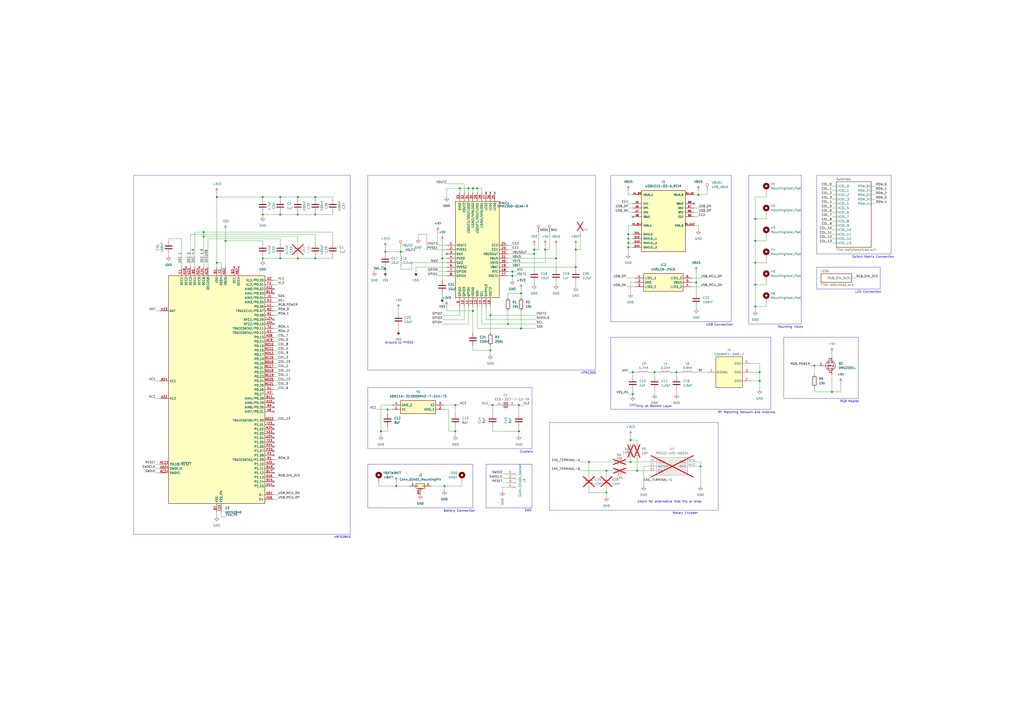
<source format=kicad_sch>
(kicad_sch (version 20250114) (generator "eeschema") (generator_version "9.0")
  (paper "A2")
  (title_block (title "60% Wireless Keyboard") (date "2025-09-20") (rev "v0.3"))
  (rectangle (start 213.36 101.6) (end 345.44 214.63))
  (rectangle (start 473.71 154.94) (end 510.54 167.64))
  (rectangle (start 281.94 269.24) (end 308.61 294.64))
  (rectangle (start 434.34 101.6) (end 464.82 187.96))
  (rectangle (start 77.47 101.6) (end 203.2 309.88))
  (rectangle (start 318.77 245.11) (end 416.56 295.91))
  (rectangle (start 354.33 101.6) (end 424.18 186.69))
  (rectangle (start 354.33 195.58) (end 447.04 237.49))
  (rectangle (start 454.66 195.58) (end 497.84 231.14))
  (rectangle (start 213.36 224.79) (end 308.61 260.35))
  (rectangle (start 213.36 269.24) (end 274.32 294.64))
  (rectangle (start 473.71 101.6) (end 516.89 147.32))
  (text "Battery Connection" (at 266.446 296.418 0) (effects (font (size 1.27 1.27))))
  (text "LED Connection" (at 503.682 169.418 0) (effects (font (size 1.27 1.27))))
  (text "nRF52840" (at 198.628 311.658 0) (effects (font (size 1.27 1.27))))
  (text "Crystals" (at 305.308 262.128 0) (effects (font (size 1.27 1.27))))
  (text "Switch Matrix Connection" (at 506.476 149.098 0) (effects (font (size 1.27 1.27))))
  (text "check for alternative that fits or drop" (at 388.366 291.084 0) (effects (font (size 1.27 1.27))))
  (text "Net Tie" (at 220.218 155.702 0) (effects (font (size 1.27 1.27))))
  (text "SWD" (at 306.324 296.164 0) (effects (font (size 1.27 1.27))))
  (text "USB Connection" (at 417.322 188.468 0) (effects (font (size 1.27 1.27))))
  (text "Only at Bottom Layer" (at 379.476 235.712 0) (effects (font (size 1.27 1.27))))
  (text "nPM1300" (at 341.376 216.408 0) (effects (font (size 1.27 1.27))))
  (text "Mounting Holes" (at 458.47 189.738 0) (effects (font (size 1.27 1.27))))
  (text "RGB Mosfet" (at 492.76 232.918 0) (effects (font (size 1.27 1.27))))
  (text "Ground to PVSS2" (at 231.648 198.882 0) (effects (font (size 1.27 1.27))))
  (text "RF Matching Network and Antenna" (at 433.07 239.268 0) (effects (font (size 1.27 1.27))))
  (text "Rotary Encoder" (at 397.51 297.688 0) (effects (font (size 1.27 1.27))))
  (junction (at 334.01 154.94))
  (junction (at 440.69 215.9))
  (junction (at 257.81 281.94))
  (junction (at 438.15 152.4))
  (junction (at 406.4 270.51))
  (junction (at 220.98 250.19))
  (junction (at 125.73 152.4))
  (junction (at 309.88 144.78))
  (junction (at 300.99 234.95))
  (junction (at 300.99 250.19))
  (junction (at 172.72 124.46))
  (junction (at 152.4 149.86))
  (junction (at 365.76 255.27))
  (junction (at 364.49 138.43))
  (junction (at 266.7 109.22))
  (junction (at 440.69 220.98))
  (junction (at 162.56 124.46))
  (junction (at 294.64 187.96))
  (junction (at 125.73 114.3))
  (junction (at 438.15 165.1))
  (junction (at 309.88 147.32))
  (junction (at 182.88 124.46))
  (junction (at 256.54 149.86))
  (junction (at 302.26 190.5))
  (junction (at 297.18 157.48))
  (junction (at 182.88 114.3))
  (junction (at 403.86 163.83))
  (junction (at 438.15 177.8))
  (junction (at 364.49 135.89))
  (junction (at 264.16 234.95))
  (junction (at 405.13 113.03))
  (junction (at 297.18 160.02))
  (junction (at 284.48 182.88))
  (junction (at 276.86 109.22))
  (junction (at 285.75 234.95))
  (junction (at 182.88 149.86))
  (junction (at 379.73 215.9))
  (junction (at 316.23 144.78))
  (junction (at 472.44 212.09))
  (junction (at 367.03 215.9))
  (junction (at 162.56 149.86))
  (junction (at 367.03 228.6))
  (junction (at 224.79 237.49))
  (junction (at 438.15 127))
  (junction (at 364.49 143.51))
  (junction (at 223.52 146.05))
  (junction (at 351.79 285.75))
  (junction (at 438.15 139.7))
  (junction (at 172.72 149.86))
  (junction (at 264.16 250.19))
  (junction (at 322.58 149.86))
  (junction (at 341.63 267.97))
  (junction (at 392.43 215.9))
  (junction (at 274.32 109.22))
  (junction (at 274.32 180.34))
  (junction (at 162.56 114.3))
  (junction (at 223.52 156.21))
  (junction (at 152.4 124.46))
  (junction (at 232.41 146.05))
  (junction (at 152.4 114.3))
  (junction (at 482.6 227.33))
  (junction (at 334.01 144.78))
  (junction (at 302.26 170.18))
  (junction (at 130.81 139.7))
  (junction (at 369.57 273.05))
  (junction (at 364.49 140.97))
  (junction (at 172.72 114.3))
  (junction (at 351.79 273.05))
  (junction (at 229.87 281.94))
  (junction (at 118.11 137.16))
  (junction (at 284.48 203.2))
  (junction (at 118.11 134.62))
  (junction (at 271.78 109.22))
  (junction (at 365.76 267.97))
  (no_connect (at 158.75 261.62))
  (no_connect (at 158.75 279.4))
  (no_connect (at 158.75 170.18))
  (no_connect (at 158.75 246.38))
  (no_connect (at 138.43 154.94))
  (no_connect (at 158.75 274.32))
  (no_connect (at 281.94 111.76))
  (no_connect (at 158.75 254))
  (no_connect (at 158.75 231.14))
  (no_connect (at 158.75 269.24))
  (no_connect (at 287.02 111.76))
  (no_connect (at 158.75 167.64))
  (no_connect (at 259.08 147.32))
  (no_connect (at 158.75 271.78))
  (no_connect (at 115.57 154.94))
  (no_connect (at 158.75 256.54))
  (no_connect (at 158.75 281.94))
  (no_connect (at 158.75 236.22))
  (no_connect (at 284.48 111.76))
  (no_connect (at 158.75 187.96))
  (no_connect (at 402.59 118.11))
  (no_connect (at 158.75 259.08))
  (no_connect (at 158.75 248.92))
  (no_connect (at 158.75 238.76))
  (no_connect (at 158.75 185.42))
  (no_connect (at 135.89 154.94))
  (no_connect (at 107.95 154.94))
  (no_connect (at 158.75 251.46))
  (no_connect (at 158.75 233.68))
  (no_connect (at 158.75 264.16))
  (no_connect (at 367.03 125.73))
  (wire (pts (xy 161.29 266.7) (xy 158.75 266.7)))
  (wire (pts (xy 276.86 111.76) (xy 276.86 109.22)))
  (wire (pts (xy 217.17 156.21) (xy 217.17 157.48)))
  (wire (pts (xy 318.77 144.78) (xy 316.23 144.78)))
  (wire (pts (xy 223.52 146.05) (xy 232.41 146.05)))
  (wire (pts (xy 334.01 154.94) (xy 334.01 144.78)))
  (wire (pts (xy 281.94 185.42) (xy 311.15 185.42)))
  (wire (pts (xy 97.79 147.32) (xy 97.79 148.59)))
  (wire (pts (xy 256.54 185.42) (xy 269.24 185.42)))
  (wire (pts (xy 285.75 250.19) (xy 300.99 250.19)))
  (wire (pts (xy 406.4 161.29) (xy 401.32 161.29)))
  (wire (pts (xy 406.4 267.97) (xy 406.4 270.51)))
  (wire (pts (xy 161.29 180.34) (xy 158.75 180.34)))
  (wire (pts (xy 161.29 193.04) (xy 158.75 193.04)))
  (wire (pts (xy 410.21 113.03) (xy 405.13 113.03)))
  (wire (pts (xy 152.4 114.3) (xy 162.56 114.3)))
  (wire (pts (xy 158.75 177.8) (xy 161.29 177.8)))
  (wire (pts (xy 90.17 269.24) (xy 92.71 269.24)))
  (wire (pts (xy 264.16 234.95) (xy 266.7 234.95)))
  (wire (pts (xy 508 115.57) (xy 505.46 115.57)))
  (wire (pts (xy 482.6 204.47) (xy 482.6 207.01)))
  (wire (pts (xy 294.005 282.575) (xy 291.465 282.575)))
  (wire (pts (xy 162.56 148.59) (xy 162.56 149.86)))
  (wire (pts (xy 401.32 163.83) (xy 403.86 163.83)))
  (wire (pts (xy 316.23 152.4) (xy 316.23 144.78)))
  (wire (pts (xy 300.99 240.03) (xy 300.99 234.95)))
  (wire (pts (xy 256.54 149.86) (xy 256.54 162.56)))
  (wire (pts (xy 438.15 139.7) (xy 438.15 152.4)))
  (wire (pts (xy 276.86 109.22) (xy 279.4 109.22)))
  (wire (pts (xy 322.58 142.24) (xy 322.58 149.86)))
  (wire (pts (xy 257.81 284.48) (xy 257.81 281.94)))
  (wire (pts (xy 444.5 127) (xy 438.15 127)))
  (wire (pts (xy 284.48 182.88) (xy 284.48 193.04)))
  (wire (pts (xy 267.97 279.4) (xy 267.97 281.94)))
  (wire (pts (xy 367.03 135.89) (xy 364.49 135.89)))
  (wire (pts (xy 364.49 130.81) (xy 364.49 135.89)))
  (wire (pts (xy 435.61 220.98) (xy 440.69 220.98)))
  (wire (pts (xy 364.49 120.65) (xy 367.03 120.65)))
  (wire (pts (xy 238.76 156.21) (xy 232.41 156.21)))
  (wire (pts (xy 297.18 157.48) (xy 297.18 160.02)))
  (wire (pts (xy 161.29 208.28) (xy 158.75 208.28)))
  (wire (pts (xy 250.19 281.94) (xy 257.81 281.94)))
  (wire (pts (xy 363.22 273.05) (xy 369.57 273.05)))
  (wire (pts (xy 444.5 175.26) (xy 444.5 177.8)))
  (wire (pts (xy 403.86 163.83) (xy 403.86 170.18)))
  (wire (pts (xy 110.49 135.89) (xy 182.88 135.89)))
  (wire (pts (xy 264.16 234.95) (xy 264.16 240.03)))
  (wire (pts (xy 259.08 106.68) (xy 269.24 106.68)))
  (wire (pts (xy 379.73 215.9) (xy 382.27 215.9)))
  (wire (pts (xy 482.6 140.97) (xy 485.14 140.97)))
  (wire (pts (xy 161.29 276.86) (xy 158.75 276.86)))
  (wire (pts (xy 482.6 227.33) (xy 482.6 217.17)))
  (wire (pts (xy 161.29 162.56) (xy 158.75 162.56)))
  (wire (pts (xy 172.72 149.86) (xy 182.88 149.86)))
  (wire (pts (xy 279.4 111.76) (xy 279.4 109.22)))
  (wire (pts (xy 365.76 267.97) (xy 375.92 267.97)))
  (wire (pts (xy 291.465 280.035) (xy 294.005 280.035)))
  (wire (pts (xy 482.6 125.73) (xy 485.14 125.73)))
  (wire (pts (xy 276.86 190.5) (xy 302.26 190.5)))
  (wire (pts (xy 294.64 152.4) (xy 316.23 152.4)))
  (wire (pts (xy 402.59 215.9) (xy 410.21 215.9)))
  (wire (pts (xy 472.44 224.79) (xy 472.44 227.33)))
  (wire (pts (xy 90.17 231.14) (xy 92.71 231.14)))
  (wire (pts (xy 193.04 140.97) (xy 193.04 134.62)))
  (wire (pts (xy 365.76 265.43) (xy 365.76 267.97)))
  (wire (pts (xy 267.97 281.94) (xy 257.81 281.94)))
  (wire (pts (xy 291.465 274.955) (xy 294.005 274.955)))
  (wire (pts (xy 231.14 191.77) (xy 231.14 189.23)))
  (wire (pts (xy 162.56 114.3) (xy 172.72 114.3)))
  (wire (pts (xy 152.4 149.86) (xy 162.56 149.86)))
  (wire (pts (xy 161.29 200.66) (xy 158.75 200.66)))
  (wire (pts (xy 247.65 144.78) (xy 247.65 135.89)))
  (wire (pts (xy 294.64 170.18) (xy 302.26 170.18)))
  (wire (pts (xy 152.4 140.97) (xy 152.4 139.7)))
  (wire (pts (xy 247.65 135.89) (xy 242.57 135.89)))
  (wire (pts (xy 125.73 152.4) (xy 125.73 154.94)))
  (wire (pts (xy 256.54 139.7) (xy 256.54 149.86)))
  (wire (pts (xy 444.5 165.1) (xy 438.15 165.1)))
  (wire (pts (xy 291.465 282.575) (xy 291.465 285.115)))
  (wire (pts (xy 364.49 138.43) (xy 364.49 140.97)))
  (wire (pts (xy 161.29 182.88) (xy 158.75 182.88)))
  (wire (pts (xy 367.03 215.9) (xy 367.03 218.44)))
  (wire (pts (xy 274.32 203.2) (xy 284.48 203.2)))
  (wire (pts (xy 482.6 135.89) (xy 485.14 135.89)))
  (wire (pts (xy 369.57 265.43) (xy 369.57 273.05)))
  (wire (pts (xy 219.71 281.94) (xy 229.87 281.94)))
  (wire (pts (xy 220.98 234.95) (xy 220.98 250.19)))
  (wire (pts (xy 294.64 149.86) (xy 322.58 149.86)))
  (wire (pts (xy 508 110.49) (xy 505.46 110.49)))
  (wire (pts (xy 363.22 166.37) (xy 368.3 166.37)))
  (wire (pts (xy 161.29 203.2) (xy 158.75 203.2)))
  (wire (pts (xy 336.55 267.97) (xy 341.63 267.97)))
  (wire (pts (xy 367.03 228.6) (xy 364.49 228.6)))
  (wire (pts (xy 373.38 281.94) (xy 373.38 270.51)))
  (wire (pts (xy 373.38 270.51) (xy 375.92 270.51)))
  (wire (pts (xy 130.81 133.35) (xy 130.81 139.7)))
  (wire (pts (xy 482.6 113.03) (xy 485.14 113.03)))
  (wire (pts (xy 232.41 147.32) (xy 232.41 146.05)))
  (wire (pts (xy 508 113.03) (xy 505.46 113.03)))
  (wire (pts (xy 113.03 134.62) (xy 113.03 154.94)))
  (wire (pts (xy 152.4 124.46) (xy 162.56 124.46)))
  (wire (pts (xy 223.52 156.21) (xy 223.52 157.48)))
  (wire (pts (xy 365.76 163.83) (xy 365.76 170.18)))
  (wire (pts (xy 224.79 247.65) (xy 224.79 250.19)))
  (wire (pts (xy 351.79 285.75) (xy 351.79 283.21)))
  (wire (pts (xy 469.9 212.09) (xy 472.44 212.09)))
  (wire (pts (xy 285.75 247.65) (xy 285.75 250.19)))
  (wire (pts (xy 406.4 166.37) (xy 401.32 166.37)))
  (wire (pts (xy 182.88 148.59) (xy 182.88 149.86)))
  (wire (pts (xy 256.54 149.86) (xy 259.08 149.86)))
  (wire (pts (xy 281.94 177.8) (xy 281.94 185.42)))
  (wire (pts (xy 256.54 187.96) (xy 271.78 187.96)))
  (wire (pts (xy 193.04 148.59) (xy 193.04 149.86)))
  (wire (pts (xy 231.14 179.07) (xy 231.14 181.61)))
  (wire (pts (xy 130.81 139.7) (xy 130.81 154.94)))
  (wire (pts (xy 161.29 287.02) (xy 158.75 287.02)))
  (wire (pts (xy 256.54 170.18) (xy 256.54 172.72)))
  (wire (pts (xy 118.11 137.16) (xy 172.72 137.16)))
  (wire (pts (xy 242.57 135.89) (xy 242.57 138.43)))
  (wire (pts (xy 161.29 190.5) (xy 158.75 190.5)))
  (wire (pts (xy 302.26 180.34) (xy 302.26 190.5)))
  (wire (pts (xy 444.5 124.46) (xy 444.5 127)))
  (wire (pts (xy 351.79 285.75) (xy 351.79 288.29)))
  (wire (pts (xy 336.55 134.62) (xy 336.55 144.78)))
  (wire (pts (xy 482.6 115.57) (xy 485.14 115.57)))
  (wire (pts (xy 161.29 165.1) (xy 158.75 165.1)))
  (wire (pts (xy 309.88 144.78) (xy 309.88 142.24)))
  (wire (pts (xy 368.3 163.83) (xy 365.76 163.83)))
  (wire (pts (xy 316.23 144.78) (xy 316.23 142.24)))
  (wire (pts (xy 269.24 177.8) (xy 269.24 185.42)))
  (wire (pts (xy 406.4 270.51) (xy 406.4 281.94)))
  (wire (pts (xy 365.76 255.27) (xy 365.76 257.81)))
  (wire (pts (xy 161.29 243.84) (xy 158.75 243.84)))
  (wire (pts (xy 238.76 152.4) (xy 259.08 152.4)))
  (wire (pts (xy 309.88 147.32) (xy 309.88 156.21)))
  (wire (pts (xy 238.76 152.4) (xy 238.76 156.21)))
  (wire (pts (xy 274.32 200.66) (xy 274.32 203.2)))
  (wire (pts (xy 266.7 111.76) (xy 266.7 109.22)))
  (wire (pts (xy 269.24 111.76) (xy 269.24 106.68)))
  (wire (pts (xy 300.99 250.19) (xy 300.99 247.65)))
  (wire (pts (xy 90.17 220.98) (xy 92.71 220.98)))
  (wire (pts (xy 364.49 118.11) (xy 367.03 118.11)))
  (wire (pts (xy 113.03 134.62) (xy 118.11 134.62)))
  (wire (pts (xy 438.15 152.4) (xy 438.15 165.1)))
  (wire (pts (xy 300.99 234.95) (xy 303.53 234.95)))
  (wire (pts (xy 444.5 137.16) (xy 444.5 139.7)))
  (wire (pts (xy 438.15 127) (xy 438.15 139.7)))
  (wire (pts (xy 128.27 299.72) (xy 128.27 297.18)))
  (wire (pts (xy 392.43 215.9) (xy 392.43 218.44)))
  (wire (pts (xy 172.72 148.59) (xy 172.72 149.86)))
  (wire (pts (xy 220.98 250.19) (xy 224.79 250.19)))
  (wire (pts (xy 284.48 205.74) (xy 284.48 203.2)))
  (wire (pts (xy 162.56 124.46) (xy 172.72 124.46)))
  (wire (pts (xy 90.17 274.32) (xy 92.71 274.32)))
  (wire (pts (xy 152.4 125.73) (xy 152.4 124.46)))
  (wire (pts (xy 438.15 165.1) (xy 438.15 177.8)))
  (wire (pts (xy 364.49 140.97) (xy 364.49 143.51)))
  (wire (pts (xy 379.73 215.9) (xy 379.73 218.44)))
  (wire (pts (xy 297.18 142.24) (xy 294.64 142.24)))
  (wire (pts (xy 363.22 161.29) (xy 368.3 161.29)))
  (wire (pts (xy 392.43 215.9) (xy 394.97 215.9)))
  (wire (pts (xy 284.48 182.88) (xy 311.15 182.88)))
  (wire (pts (xy 363.22 267.97) (xy 365.76 267.97)))
  (wire (pts (xy 229.87 281.94) (xy 237.49 281.94)))
  (wire (pts (xy 482.6 123.19) (xy 485.14 123.19)))
  (wire (pts (xy 162.56 115.57) (xy 162.56 114.3)))
  (wire (pts (xy 369.57 273.05) (xy 375.92 273.05)))
  (wire (pts (xy 90.17 180.34) (xy 92.71 180.34)))
  (wire (pts (xy 162.56 149.86) (xy 172.72 149.86)))
  (wire (pts (xy 227.33 234.95) (xy 220.98 234.95)))
  (wire (pts (xy 405.13 133.35) (xy 405.13 130.81)))
  (wire (pts (xy 364.49 143.51) (xy 364.49 147.32)))
  (wire (pts (xy 336.55 273.05) (xy 351.79 273.05)))
  (wire (pts (xy 294.64 172.72) (xy 294.64 170.18)))
  (wire (pts (xy 364.49 123.19) (xy 367.03 123.19)))
  (wire (pts (xy 487.68 222.25) (xy 487.68 227.33)))
  (wire (pts (xy 367.03 226.06) (xy 367.03 228.6)))
  (wire (pts (xy 482.6 130.81) (xy 485.14 130.81)))
  (wire (pts (xy 364.49 215.9) (xy 367.03 215.9)))
  (wire (pts (xy 172.72 114.3) (xy 182.88 114.3)))
  (wire (pts (xy 274.32 180.34) (xy 274.32 193.04)))
  (wire (pts (xy 254 142.24) (xy 259.08 142.24)))
  (wire (pts (xy 152.4 114.3) (xy 125.73 114.3)))
  (wire (pts (xy 182.88 123.19) (xy 182.88 124.46)))
  (wire (pts (xy 125.73 114.3) (xy 125.73 152.4)))
  (wire (pts (xy 405.13 125.73) (xy 402.59 125.73)))
  (wire (pts (xy 298.45 234.95) (xy 300.99 234.95)))
  (wire (pts (xy 403.86 157.48) (xy 403.86 163.83)))
  (wire (pts (xy 274.32 109.22) (xy 271.78 109.22)))
  (wire (pts (xy 482.6 138.43) (xy 485.14 138.43)))
  (wire (pts (xy 444.5 149.86) (xy 444.5 152.4)))
  (wire (pts (xy 161.29 198.12) (xy 158.75 198.12)))
  (wire (pts (xy 291.465 277.495) (xy 294.005 277.495)))
  (wire (pts (xy 128.27 152.4) (xy 125.73 152.4)))
  (wire (pts (xy 405.13 110.49) (xy 405.13 113.03)))
  (wire (pts (xy 435.61 210.82) (xy 440.69 210.82)))
  (wire (pts (xy 172.72 114.3) (xy 172.72 115.57)))
  (wire (pts (xy 193.04 134.62) (xy 118.11 134.62)))
  (wire (pts (xy 193.04 115.57) (xy 193.04 114.3)))
  (wire (pts (xy 482.6 110.49) (xy 485.14 110.49)))
  (wire (pts (xy 130.81 299.72) (xy 128.27 299.72)))
  (wire (pts (xy 379.73 228.6) (xy 379.73 226.06)))
  (wire (pts (xy 302.26 190.5) (xy 311.15 190.5)))
  (wire (pts (xy 405.13 123.19) (xy 402.59 123.19)))
  (wire (pts (xy 220.98 252.73) (xy 220.98 250.19)))
  (wire (pts (xy 294.64 154.94) (xy 334.01 154.94)))
  (wire (pts (xy 364.49 135.89) (xy 364.49 138.43)))
  (wire (pts (xy 405.13 120.65) (xy 402.59 120.65)))
  (wire (pts (xy 487.68 227.33) (xy 482.6 227.33)))
  (wire (pts (xy 120.65 138.43) (xy 120.65 154.94)))
  (wire (pts (xy 318.77 134.62) (xy 318.77 144.78)))
  (wire (pts (xy 472.44 212.09) (xy 472.44 217.17)))
  (wire (pts (xy 294.64 157.48) (xy 297.18 157.48)))
  (wire (pts (xy 266.7 109.22) (xy 271.78 109.22)))
  (wire (pts (xy 224.79 237.49) (xy 224.79 240.03)))
  (wire (pts (xy 496.57 161.29) (xy 494.03 161.29)))
  (wire (pts (xy 274.32 180.34) (xy 259.08 180.34)))
  (wire (pts (xy 241.3 157.48) (xy 241.3 154.94)))
  (wire (pts (xy 172.72 123.19) (xy 172.72 124.46)))
  (wire (pts (xy 444.5 114.3) (xy 438.15 114.3)))
  (wire (pts (xy 309.88 165.1) (xy 309.88 163.83)))
  (wire (pts (xy 472.44 227.33) (xy 482.6 227.33)))
  (wire (pts (xy 162.56 140.97) (xy 162.56 138.43)))
  (wire (pts (xy 161.29 205.74) (xy 158.75 205.74)))
  (wire (pts (xy 410.21 110.49) (xy 410.21 113.03)))
  (wire (pts (xy 482.6 133.35) (xy 485.14 133.35)))
  (wire (pts (xy 260.35 250.19) (xy 264.16 250.19)))
  (wire (pts (xy 232.41 143.51) (xy 232.41 146.05)))
  (wire (pts (xy 334.01 154.94) (xy 334.01 156.21)))
  (wire (pts (xy 297.18 144.78) (xy 294.64 144.78)))
  (wire (pts (xy 161.29 210.82) (xy 158.75 210.82)))
  (wire (pts (xy 435.61 215.9) (xy 440.69 215.9)))
  (wire (pts (xy 482.6 120.65) (xy 485.14 120.65)))
  (wire (pts (xy 257.81 237.49) (xy 260.35 237.49)))
  (wire (pts (xy 369.57 255.27) (xy 365.76 255.27)))
  (wire (pts (xy 264.16 250.19) (xy 264.16 247.65)))
  (wire (pts (xy 341.63 267.97) (xy 355.6 267.97)))
  (wire (pts (xy 367.03 215.9) (xy 369.57 215.9)))
  (wire (pts (xy 297.18 157.48) (xy 299.72 157.48)))
  (wire (pts (xy 322.58 149.86) (xy 322.58 156.21)))
  (wire (pts (xy 508 118.11) (xy 505.46 118.11)))
  (wire (pts (xy 405.13 113.03) (xy 402.59 113.03)))
  (wire (pts (xy 285.75 234.95) (xy 288.29 234.95)))
  (wire (pts (xy 254 157.48) (xy 259.08 157.48)))
  (wire (pts (xy 365.76 252.73) (xy 365.76 255.27)))
  (wire (pts (xy 389.89 215.9) (xy 392.43 215.9)))
  (wire (pts (xy 472.44 212.09) (xy 474.98 212.09)))
  (wire (pts (xy 377.19 215.9) (xy 379.73 215.9)))
  (wire (pts (xy 247.65 144.78) (xy 259.08 144.78)))
  (wire (pts (xy 312.42 144.78) (xy 309.88 144.78)))
  (wire (pts (xy 161.29 213.36) (xy 158.75 213.36)))
  (wire (pts (xy 322.58 163.83) (xy 322.58 165.1)))
  (wire (pts (xy 118.11 134.62) (xy 118.11 137.16)))
  (wire (pts (xy 482.6 107.95) (xy 485.14 107.95)))
  (wire (pts (xy 182.88 114.3) (xy 182.88 115.57)))
  (wire (pts (xy 403.86 179.07) (xy 403.86 177.8)))
  (wire (pts (xy 271.78 111.76) (xy 271.78 109.22)))
  (wire (pts (xy 105.41 138.43) (xy 105.41 154.94)))
  (wire (pts (xy 130.81 139.7) (xy 152.4 139.7)))
  (wire (pts (xy 259.08 109.22) (xy 259.08 114.3)))
  (wire (pts (xy 351.79 275.59) (xy 351.79 273.05)))
  (wire (pts (xy 274.32 177.8) (xy 274.32 180.34)))
  (wire (pts (xy 266.7 109.22) (xy 259.08 109.22)))
  (wire (pts (xy 125.73 299.72) (xy 125.73 297.18)))
  (wire (pts (xy 217.17 156.21) (xy 223.52 156.21)))
  (wire (pts (xy 364.49 113.03) (xy 367.03 113.03)))
  (wire (pts (xy 300.99 252.73) (xy 300.99 250.19)))
  (wire (pts (xy 161.29 289.56) (xy 158.75 289.56)))
  (wire (pts (xy 266.7 177.8) (xy 266.7 182.88)))
  (wire (pts (xy 264.16 252.73) (xy 264.16 250.19)))
  (wire (pts (xy 279.4 187.96) (xy 294.64 187.96)))
  (wire (pts (xy 161.29 223.52) (xy 158.75 223.52)))
  (wire (pts (xy 110.49 154.94) (xy 110.49 135.89)))
  (wire (pts (xy 271.78 177.8) (xy 271.78 187.96)))
  (wire (pts (xy 364.49 138.43) (xy 367.03 138.43)))
  (wire (pts (xy 161.29 218.44) (xy 158.75 218.44)))
  (wire (pts (xy 223.52 147.32) (xy 223.52 146.05)))
  (wire (pts (xy 444.5 152.4) (xy 438.15 152.4)))
  (wire (pts (xy 438.15 114.3) (xy 438.15 127)))
  (wire (pts (xy 482.6 118.11) (xy 485.14 118.11)))
  (wire (pts (xy 438.15 177.8) (xy 438.15 180.34)))
  (wire (pts (xy 508 107.95) (xy 505.46 107.95)))
  (wire (pts (xy 440.69 215.9) (xy 440.69 220.98)))
  (wire (pts (xy 90.17 271.78) (xy 92.71 271.78)))
  (wire (pts (xy 182.88 149.86) (xy 193.04 149.86)))
  (wire (pts (xy 444.5 162.56) (xy 444.5 165.1)))
  (wire (pts (xy 364.49 110.49) (xy 364.49 113.03)))
  (wire (pts (xy 302.26 170.18) (xy 302.26 172.72)))
  (wire (pts (xy 294.64 180.34) (xy 294.64 187.96)))
  (wire (pts (xy 285.75 240.03) (xy 285.75 234.95)))
  (wire (pts (xy 152.4 148.59) (xy 152.4 149.86)))
  (wire (pts (xy 279.4 177.8) (xy 279.4 187.96)))
  (wire (pts (xy 312.42 134.62) (xy 312.42 144.78)))
  (wire (pts (xy 369.57 257.81) (xy 369.57 255.27)))
  (wire (pts (xy 162.56 138.43) (xy 120.65 138.43)))
  (wire (pts (xy 219.71 279.4) (xy 219.71 281.94)))
  (wire (pts (xy 284.48 177.8) (xy 284.48 182.88)))
  (wire (pts (xy 232.41 146.05) (xy 234.95 146.05)))
  (wire (pts (xy 334.01 144.78) (xy 334.01 142.24)))
  (wire (pts (xy 276.86 177.8) (xy 276.86 190.5)))
  (wire (pts (xy 182.88 114.3) (xy 193.04 114.3)))
  (wire (pts (xy 260.35 237.49) (xy 260.35 250.19)))
  (wire (pts (xy 274.32 109.22) (xy 276.86 109.22)))
  (wire (pts (xy 254 160.02) (xy 259.08 160.02)))
  (wire (pts (xy 254 142.24) (xy 254 134.62)))
  (wire (pts (xy 444.5 139.7) (xy 438.15 139.7)))
  (wire (pts (xy 182.88 124.46) (xy 193.04 124.46)))
  (wire (pts (xy 403.86 270.51) (xy 406.4 270.51)))
  (wire (pts (xy 274.32 111.76) (xy 274.32 109.22)))
  (wire (pts (xy 172.72 124.46) (xy 182.88 124.46)))
  (wire (pts (xy 172.72 140.97) (xy 172.72 137.16)))
  (wire (pts (xy 257.81 234.95) (xy 264.16 234.95)))
  (wire (pts (xy 152.4 123.19) (xy 152.4 124.46)))
  (wire (pts (xy 161.29 226.06) (xy 158.75 226.06)))
  (wire (pts (xy 444.5 111.76) (xy 444.5 114.3)))
  (wire (pts (xy 364.49 140.97) (xy 367.03 140.97)))
  (wire (pts (xy 223.52 154.94) (xy 223.52 156.21)))
  (wire (pts (xy 367.03 130.81) (xy 364.49 130.81)))
  (wire (pts (xy 297.18 160.02) (xy 297.18 162.56)))
  (wire (pts (xy 193.04 124.46) (xy 193.04 123.19)))
  (wire (pts (xy 161.29 220.98) (xy 158.75 220.98)))
  (wire (pts (xy 336.55 144.78) (xy 334.01 144.78)))
  (wire (pts (xy 299.72 160.02) (xy 297.18 160.02)))
  (wire (pts (xy 161.29 215.9) (xy 158.75 215.9)))
  (wire (pts (xy 440.69 220.98) (xy 440.69 226.06)))
  (wire (pts (xy 161.29 195.58) (xy 158.75 195.58)))
  (wire (pts (xy 256.54 182.88) (xy 266.7 182.88)))
  (wire (pts (xy 355.6 273.05) (xy 351.79 273.05)))
  (wire (pts (xy 341.63 285.75) (xy 351.79 285.75)))
  (wire (pts (xy 405.13 130.81) (xy 402.59 130.81)))
  (wire (pts (xy 444.5 177.8) (xy 438.15 177.8)))
  (wire (pts (xy 341.63 267.97) (xy 341.63 275.59)))
  (wire (pts (xy 284.48 203.2) (xy 284.48 200.66)))
  (wire (pts (xy 482.6 128.27) (xy 485.14 128.27)))
  (wire (pts (xy 97.79 139.7) (xy 97.79 138.43)))
  (wire (pts (xy 118.11 137.16) (xy 118.11 154.94)))
  (wire (pts (xy 341.63 283.21) (xy 341.63 285.75)))
  (wire (pts (xy 182.88 140.97) (xy 182.88 135.89)))
  (wire (pts (xy 128.27 154.94) (xy 128.27 152.4)))
  (wire (pts (xy 223.52 143.51) (xy 223.52 146.05)))
  (wire (pts (xy 229.87 279.4) (xy 229.87 281.94)))
  (wire (pts (xy 334.01 163.83) (xy 334.01 166.37)))
  (wire (pts (xy 364.49 143.51) (xy 367.03 143.51)))
  (wire (pts (xy 152.4 115.57) (xy 152.4 114.3)))
  (wire (pts (xy 309.88 147.32) (xy 309.88 144.78)))
  (wire (pts (xy 294.64 187.96) (xy 311.15 187.96)))
  (wire (pts (xy 152.4 149.86) (xy 152.4 151.13)))
  (wire (pts (xy 392.43 226.06) (xy 392.43 228.6)))
  (wire (pts (xy 224.79 237.49) (xy 227.33 237.49)))
  (wire (pts (xy 241.3 154.94) (xy 259.08 154.94)))
  (wire (pts (xy 218.44 237.49) (xy 224.79 237.49)))
  (wire (pts (xy 232.41 156.21) (xy 232.41 154.94)))
  (wire (pts (xy 294.64 160.02) (xy 297.18 160.02)))
  (wire (pts (xy 97.79 138.43) (xy 105.41 138.43)))
  (wire (pts (xy 161.29 172.72) (xy 158.75 172.72)))
  (wire (pts (xy 302.26 167.64) (xy 302.26 170.18)))
  (wire (pts (xy 259.08 180.34) (xy 259.08 177.8)))
  (wire (pts (xy 440.69 210.82) (xy 440.69 215.9)))
  (wire (pts (xy 162.56 123.19) (xy 162.56 124.46)))
  (wire (pts (xy 294.64 147.32) (xy 309.88 147.32)))
  (wire (pts (xy 283.21 234.95) (xy 285.75 234.95)))
  (wire (pts (xy 161.29 175.26) (xy 158.75 175.26)))
  (wire (pts (xy 403.86 267.97) (xy 406.4 267.97)))
  (wire (pts (xy 367.03 229.87) (xy 367.03 228.6)))
  (wire (pts (xy 125.73 111.76) (xy 125.73 114.3)))
  (label "COL_9" (at 161.29 205.74 0))
  (label "COL_3" (at 161.29 208.28 0))
  (label "VOUT2" (at 234.95 146.05 0))
  (label "RESET" (at 291.465 280.035 180))
  (label "COL_1" (at 161.29 218.44 0))
  (label "GPIO0" (at 254 157.48 180))
  (label "GPIO2" (at 256.54 182.88 180))
  (label "CC1" (at 297.18 144.78 0))
  (label "XL2" (at 161.29 165.1 0))
  (label "SHPHLD" (at 311.15 185.42 0))
  (label "GPIO1" (at 254 160.02 180))
  (label "USB_MCU_DN" (at 406.4 166.37 0))
  (label "DEC 1" (at 105.41 152.4 90))
  (label "ROW_3" (at 508 115.57 0))
  (label "SCL" (at 161.29 175.26 0))
  (label "COL_5" (at 482.6 120.65 180))
  (label "USB_DP" (at 405.13 123.19 0))
  (label "SWDCLK" (at 291.465 277.495 180))
  (label "COL_10" (at 482.6 133.35 180))
  (label "ENC_TERMINAL-B" (at 336.55 273.05 180))
  (label "ROW_4" (at 161.29 190.5 0))
  (label "COL_2" (at 482.6 113.03 180))
  (label "COL_0" (at 482.6 107.95 180))
  (label "COL_8" (at 482.6 128.27 180))
  (label "XC1" (at 218.44 237.49 180))
  (label "COL_8" (at 161.29 200.66 0))
  (label "ROW_2" (at 508 113.03 0))
  (label "ROW_0" (at 508 107.95 0))
  (label "COL_10" (at 161.29 210.82 0))
  (label "SCL" (at 311.15 187.96 0))
  (label "ROW_1" (at 508 110.49 0))
  (label "GPIO4" (at 256.54 187.96 180))
  (label "USB_DP" (at 364.49 120.65 180))
  (label "RGB_POWER" (at 469.9 212.09 180))
  (label "COL_1" (at 482.6 110.49 180))
  (label "COL_13" (at 161.29 243.84 0))
  (label "COL_12" (at 161.29 220.98 0))
  (label "PVSS1" (at 254 144.78 180))
  (label "USB_DN" (at 405.13 120.65 0))
  (label "USB_DN" (at 363.22 166.37 180))
  (label "DEC 4 6" (at 113.03 152.4 90))
  (label "VOUT2" (at 259.08 106.68 180))
  (label "VSS_PA" (at 364.49 228.6 180))
  (label "COL_5" (at 161.29 198.12 0))
  (label "CC2" (at 405.13 125.73 0))
  (label "SDA" (at 161.29 172.72 0))
  (label "SWDIO" (at 90.17 274.32 180))
  (label "XC1" (at 90.17 220.98 180))
  (label "COL_6" (at 482.6 123.19 180))
  (label "CC2" (at 297.18 142.24 0))
  (label "ROW_3" (at 161.29 266.7 0))
  (label "USB_MCU_DP" (at 161.29 289.56 0))
  (label "XL1" (at 161.29 162.56 0))
  (label "VSET1" (at 299.72 160.02 0))
  (label "SW2" (at 254 152.4 180))
  (label "XL1" (at 283.21 234.95 180))
  (label "COL_7" (at 161.29 195.58 0))
  (label "XL2" (at 303.53 234.95 0))
  (label "ENC_TERMINAL-C" (at 373.38 279.4 0))
  (label "ANT" (at 90.17 180.34 180))
  (label "COL_13" (at 482.6 140.97 180))
  (label "VOUT1" (at 254 142.24 180))
  (label "ANT" (at 364.49 215.9 180))
  (label "COL_4" (at 482.6 118.11 180))
  (label "RF" (at 405.13 215.9 0))
  (label "CC1" (at 364.49 118.11 180))
  (label "USB_DP" (at 363.22 161.29 180))
  (label "ROW_4" (at 508 118.11 0))
  (label "VBUSOUT" (at 297.18 147.32 0))
  (label "COL_6" (at 161.29 226.06 0))
  (label "ROW_0" (at 161.29 180.34 0))
  (label "COL_2" (at 161.29 213.36 0))
  (label "ENC_TERMINAL-A" (at 336.55 267.97 180))
  (label "ROW_2" (at 161.29 193.04 0))
  (label "COL_9" (at 482.6 130.81 180))
  (label "USB_MCU_DP" (at 406.4 161.29 0))
  (label "SWDIO" (at 291.465 274.955 180))
  (label "VSET2" (at 311.15 182.88 0))
  (label "SDA" (at 311.15 190.5 0))
  (label "USB_DN" (at 364.49 123.19 180))
  (label "NTC" (at 299.72 157.48 0))
  (label "COL_7" (at 482.6 125.73 180))
  (label "USB_MCU_DN" (at 161.29 287.02 0))
  (label "DEC 4 6" (at 118.11 152.4 90))
  (label "COL_11" (at 482.6 135.89 180))
  (label "RGB_DIN_3V3" (at 496.57 161.29 0))
  (label "RGB_DIN_3V3" (at 161.29 276.86 0))
  (label "VSS_PA" (at 130.81 299.72 0))
  (label "COL_12" (at 482.6 138.43 180))
  (label "VBAT" (at 297.18 154.94 0))
  (label "GPIO3" (at 256.54 185.42 180))
  (label "DEC 3" (at 110.49 152.4 90))
  (label "VBUS" (at 297.18 149.86 0))
  (label "XC2" (at 266.7 234.95 0))
  (label "COL_4" (at 161.29 203.2 0))
  (label "XC2" (at 90.17 231.14 180))
  (label "VSYS" (at 297.18 152.4 0))
  (label "COL_11" (at 161.29 215.9 0))
  (label "RESET" (at 90.17 269.24 180))
  (label "ROW_1" (at 161.29 182.88 0))
  (label "DECUSB" (at 120.65 152.4 90))
  (label "SWDCLK" (at 90.17 271.78 180))
  (label "COL_0" (at 161.29 223.52 0))
  (label "COL_3" (at 482.6 115.57 180))
  (label "RGB_POWER" (at 161.29 177.8 0))
  (symbol (lib_id "Connector_Generic_MountingPin:Conn_02x01_MountingPin") (at 242.57 281.94 0) (unit 1)
    (property "Reference" "J2" (at 243.84 275.59 0))
    (property "Value" "Conn_02x01_MountingPin" (at 243.84 278.13 0))
    (property "Footprint" "Connector_JST:JST_PH_S2B-PH-SM4-TB_1x02-1MP_P2.00mm_Horizontal" (effects (hide yes)))
    (property "Description" "Generic connectable mounting pin connector, double row, 02x01, this symbol is compatible with counter-clockwise, top-bottom and odd-even numbering schemes., script generated (kicad-library-utils/schlib/autogen/connector/)" (effects (hide yes)))
  )
  (symbol (lib_id "Device:L") (at 386.08 215.9 90) (unit 1)
    (property "Reference" "L4" (at 386.08 210.82 90))
    (property "Value" "2.2nH" (at 386.08 213.36 90))
    (property "Footprint" "Inductor_SMD:L_0201_0603Metric" (effects (hide yes)))
    (property "Description" "Inductor" (effects (hide yes)))
  )
  (symbol (lib_id "power:GND") (at 152.4 151.13 0) (unit 1)
    (property "Reference" "#PWR073" (effects (hide yes)))
    (property "Value" "GND" (at 152.4 156.21 0))
    (property "Description" "Power symbol creates a global label with name \"GND\" , ground" (effects (hide yes)))
  )
  (symbol (lib_id "power:GND") (at 406.4 281.94 0) (unit 1) (on_board no)
    (property "Reference" "#PWR068" (effects (hide yes)))
    (property "Value" "GND" (at 406.4 287.02 0))
    (property "Description" "Power symbol creates a global label with name \"GND\" , ground" (effects (hide yes)))
  )
  (symbol (lib_id "power:GND") (at 403.86 179.07 0) (unit 1)
    (property "Reference" "#PWR061" (effects (hide yes)))
    (property "Value" "GND" (at 403.86 184.15 0))
    (property "Description" "Power symbol creates a global label with name \"GND\" , ground" (effects (hide yes)))
  )
  (symbol (lib_id "Device:R") (at 359.41 267.97 90) (unit 1) (on_board no) (dnp yes)
    (property "Reference" "R6" (at 359.156 263.906 90))
    (property "Value" "10K" (at 359.41 265.938 90))
    (property "Footprint" "Resistor_SMD:R_0402_1005Metric" (effects (hide yes)))
    (property "Description" "Resistor" (effects (hide yes)))
  )
  (symbol (lib_id "Device:C") (at 341.63 279.4 0) (unit 1) (on_board no) (dnp yes)
    (property "Reference" "C25" (at 344.932 278.13 0) (effects (justify left)))
    (property "Value" "10nF" (at 344.932 280.67 0) (effects (justify left)))
    (property "Footprint" "Capacitor_SMD:C_0402_1005Metric" (effects (hide yes)))
    (property "Description" "Unpolarized capacitor" (effects (hide yes)))
  )
  (symbol (lib_id "power:GND") (at 243.84 287.02 0) (unit 1)
    (property "Reference" "#PWR070" (effects (hide yes)))
    (property "Value" "GND" (at 243.84 292.1 0))
    (property "Description" "Power symbol creates a global label with name \"GND\" , ground" (effects (hide yes)))
  )
  (symbol (lib_id "power:+3V3") (at 259.08 177.8 0) (unit 1)
    (property "Reference" "#PWR043" (effects (hide yes)))
    (property "Value" "+3V3" (at 259.08 172.72 0))
    (property "Description" "Power symbol creates a global label with name \"+3V3\"" (effects (hide yes)))
  )
  (symbol (lib_id "Device:C") (at 334.01 160.02 0) (unit 1)
    (property "Reference" "C20" (at 337.82 158.7499 0) (effects (justify left)))
    (property "Value" "2.2uF" (at 337.82 161.2899 0) (effects (justify left)))
    (property "Footprint" "Capacitor_SMD:C_0402_1005Metric" (effects (hide yes)))
    (property "Description" "Unpolarized capacitor" (effects (hide yes)))
  )
  (symbol (lib_id "Device:C") (at 193.04 119.38 0) (unit 1)
    (property "Reference" "C37" (at 199.39 119.38 90))
    (property "Value" "100nF" (at 196.85 119.38 90))
    (property "Footprint" "Capacitor_SMD:C_0402_1005Metric" (effects (hide yes)))
    (property "Description" "Unpolarized capacitor" (effects (hide yes)))
  )
  (symbol (lib_id "Device:C") (at 231.14 185.42 0) (unit 1)
    (property "Reference" "C23" (at 234.442 184.15 0) (effects (justify left)))
    (property "Value" "10uF" (at 234.442 186.69 0) (effects (justify left)))
    (property "Footprint" "Capacitor_SMD:C_0603_1608Metric" (effects (hide yes)))
    (property "Description" "Unpolarized capacitor" (effects (hide yes)))
  )
  (symbol (lib_id "power:GND") (at 242.57 138.43 0) (unit 1)
    (property "Reference" "#PWR024" (effects (hide yes)))
    (property "Value" "GND" (at 242.57 143.51 0))
    (property "Description" "Power symbol creates a global label with name \"GND\" , ground" (effects (hide yes)))
  )
  (symbol (lib_id "Device:R") (at 369.57 261.62 0) (unit 1) (on_board no) (dnp yes)
    (property "Reference" "R5" (at 372.11 260.3499 0) (effects (justify left)))
    (property "Value" "10K" (at 372.11 262.8899 0) (effects (justify left)))
    (property "Footprint" "Resistor_SMD:R_0402_1005Metric" (effects (hide yes)))
    (property "Description" "Resistor" (effects (hide yes)))
  )
  (symbol (lib_id "power:+3V3") (at 365.76 252.73 0) (unit 1) (on_board no)
    (property "Reference" "#PWR064" (effects (hide yes)))
    (property "Value" "+3V3" (at 365.76 247.65 0))
    (property "Description" "Power symbol creates a global label with name \"+3V3\"" (effects (hide yes)))
  )
  (symbol (lib_id "power:GND") (at 440.69 226.06 0) (unit 1)
    (property "Reference" "#PWR018" (effects (hide yes)))
    (property "Value" "GND" (at 440.69 231.14 0))
    (property "Description" "Power symbol creates a global label with name \"GND\" , ground" (effects (hide yes)))
  )
  (symbol (lib_id "power:+5V") (at 482.6 204.47 0) (unit 1)
    (property "Reference" "#PWR02" (effects (hide yes)))
    (property "Value" "+5V" (at 482.6 199.39 0))
    (property "Description" "Power symbol creates a global label with name \"+5V\"" (effects (hide yes)))
  )
  (symbol (lib_id "Device:R") (at 302.26 176.53 0) (unit 1)
    (property "Reference" "R2" (at 304.8 175.2599 0) (effects (justify left)))
    (property "Value" "10k" (at 304.8 177.7999 0) (effects (justify left)))
    (property "Footprint" "Resistor_SMD:R_0402_1005Metric" (effects (hide yes)))
    (property "Description" "Resistor" (effects (hide yes)))
  )
  (symbol (lib_id "power:GND") (at 351.79 288.29 0) (unit 1) (on_board no)
    (property "Reference" "#PWR071" (effects (hide yes)))
    (property "Value" "GND" (at 351.79 293.37 0))
    (property "Description" "Power symbol creates a global label with name \"GND\" , ground" (effects (hide yes)))
  )
  (symbol (lib_id "Device:C") (at 182.88 119.38 0) (unit 1)
    (property "Reference" "C36" (at 189.23 119.38 90))
    (property "Value" "100nF" (at 186.69 119.38 90))
    (property "Footprint" "Capacitor_SMD:C_0402_1005Metric" (effects (hide yes)))
    (property "Description" "Unpolarized capacitor" (effects (hide yes)))
  )
  (symbol (lib_id "power:GND") (at 264.16 252.73 0) (unit 1)
    (property "Reference" "#PWR016" (effects (hide yes)))
    (property "Value" "GND" (at 264.16 257.81 0))
    (property "Description" "Power symbol creates a global label with name \"GND\" , ground" (effects (hide yes)))
  )
  (symbol (lib_id "power:GND") (at 217.17 157.48 0) (unit 1)
    (property "Reference" "#PWR032" (effects (hide yes)))
    (property "Value" "GND" (at 217.17 162.56 0))
    (property "Description" "Power symbol creates a global label with name \"GND\" , ground" (effects (hide yes)))
  )
  (symbol (lib_id "Device:C") (at 403.86 173.99 0) (unit 1)
    (property "Reference" "C22" (at 407.67 172.7199 0) (effects (justify left)))
    (property "Value" "100nF" (at 407.67 175.2599 0) (effects (justify left)))
    (property "Footprint" "Capacitor_SMD:C_0402_1005Metric" (effects (hide yes)))
    (property "Description" "Unpolarized capacitor" (effects (hide yes)))
  )
  (symbol (lib_id "Device:C") (at 379.73 222.25 0) (unit 1)
    (property "Reference" "C11" (at 383.54 220.9799 0) (effects (justify left)))
    (property "Value" "1.2pF" (at 383.54 223.5199 0) (effects (justify left)))
    (property "Footprint" "Capacitor_SMD:C_0201_0603Metric" (effects (hide yes)))
    (property "Description" "Unpolarized capacitor" (effects (hide yes)))
  )
  (symbol (lib_id "power:GND") (at 291.465 285.115 0) (unit 1)
    (property "Reference" "#PWR080" (effects (hide yes)))
    (property "Value" "GND" (at 291.4651 288.925 90) (effects (justify right)))
    (property "Description" "Power symbol creates a global label with name \"GND\" , ground" (effects (hide yes)))
  )
  (symbol (lib_id "USB4215-03-A_REVA:USB4215-03-A_REVA") (at 384.81 123.19 0) (unit 1)
    (property "Reference" "J1" (at 384.81 105.41 0))
    (property "Value" "USB4215-03-A_REVA" (at 384.81 107.95 0))
    (property "Footprint" "SamacSys_Parts:GCT_USB4215-03-A_REVA" (effects (hide yes)))
    (property "MF" "Global Connector Technology" (effects (hide yes)))
    (property "MAXIMUM_PACKAGE_HEIGHT" "3.16mm" (effects (hide yes)))
    (property "CREATOR" "Amina" (effects (hide yes)))
    (property "Price" "None" (effects (hide yes)))
    (property "Package" "None" (effects (hide yes)))
    (property "Check_prices" "https://www.snapeda.com/parts/USB4215-03-A/Global+Connector+Technology/view-part/?ref=eda" (effects (hide yes)))
    (property "STANDARD" "Manufacturer Recommendations" (effects (hide yes)))
    (property "PARTREV" "A" (effects (hide yes)))
    (property "VERIFIER" "Your name, use the same always" (effects (hide yes)))
    (property "SnapEDA_Link" "https://www.snapeda.com/parts/USB4215-03-A/Global+Connector+Technology/view-part/?ref=snap" (effects (hide yes)))
    (property "MP" "USB4215-03-A" (effects (hide yes)))
    (property "Description_1" "USB-C (USB TYPE-C) USB 2.0 Receptacle Connector 24 (16+8 Dummy) Position Surface Mount, Right Angle; Through Hole" (effects (hide yes)))
    (property "Availability" "In Stock" (effects (hide yes)))
    (property "MANUFACTURER" "Global Connector Technology" (effects (hide yes)))
  )
  (symbol (lib_id "SamacSys_Parts:NPM1300-QEAA-R7") (at 259.08 142.24 0) (unit 1)
    (property "Reference" "PMIC1" (at 292.608 117.856 0))
    (property "Value" "NPM1300-QEAA-R" (at 297.434 119.634 0))
    (property "Footprint" "SamacSys_Parts:QFN50P500X500X90-33N" (effects (hide yes)))
    (property "Datasheet" "https://mm.digikey.com/Volume0/opasdata/d220001/medias/docus/6443/NPM1300-QEAA-R7.pdf" (effects (hide yes)))
    (property "Description" "Battery Power Management IC Lithium Ion/Polymer 32-QFN (5x5)" (effects (hide yes)))
    (property "Height" "0.9" (effects (hide yes)))
    (property "Mouser Part Number" "949-NPM1300-QEAA-R7" (effects (hide yes)))
    (property "Mouser Price/Stock" "https://www.mouser.co.uk/ProductDetail/Nordic-Semiconductor/nPM1300-QEAA-R7?qs=3pZoU%2F6IRTj0hxAp51B2zA%3D%3D" (effects (hide yes)))
    (property "Manufacturer_Name" "Nordic Semiconductor" (effects (hide yes)))
    (property "Manufacturer_Part_Number" "NPM1300-QEAA-R7" (effects (hide yes)))
  )
  (symbol (lib_id "power:+5V") (at 316.23 142.24 0) (unit 1)
    (property "Reference" "#PWR027" (effects (hide yes)))
    (property "Value" "+5V" (at 316.23 137.16 0))
    (property "Description" "Power symbol creates a global label with name \"+5V\"" (effects (hide yes)))
  )
  (symbol (lib_id "power:GND") (at 257.81 284.48 0) (unit 1)
    (property "Reference" "#PWR069" (effects (hide yes)))
    (property "Value" "GND" (at 257.81 289.56 0))
    (property "Description" "Power symbol creates a global label with name \"GND\" , ground" (effects (hide yes)))
  )
  (symbol (lib_id "Device:C") (at 193.04 144.78 180) (unit 1)
    (property "Reference" "C1" (at 196.85 143.5099 0) (effects (justify right)))
    (property "Value" "1uF" (at 196.85 146.0499 0) (effects (justify right)))
    (property "Footprint" "Capacitor_SMD:C_0402_1005Metric" (effects (hide yes)))
    (property "Description" "Unpolarized capacitor" (effects (hide yes)))
  )
  (symbol (lib_id "Device:C") (at 182.88 144.78 0) (unit 1)
    (property "Reference" "C29" (at 189.23 144.78 90))
    (property "Value" "100pF" (at 186.69 144.78 90))
    (property "Footprint" "Capacitor_SMD:C_0402_1005Metric" (effects (hide yes)))
    (property "Description" "Unpolarized capacitor" (effects (hide yes)))
  )
  (symbol (lib_id "power:GND") (at 259.08 114.3 0) (unit 1)
    (property "Reference" "#PWR021" (effects (hide yes)))
    (property "Value" "GND" (at 259.08 119.38 0))
    (property "Description" "Power symbol creates a global label with name \"GND\" , ground" (effects (hide yes)))
  )
  (symbol (lib_id "Device:C") (at 322.58 160.02 0) (unit 1)
    (property "Reference" "C19" (at 326.39 158.7499 0) (effects (justify left)))
    (property "Value" "1uF" (at 326.39 161.2899 0) (effects (justify left)))
    (property "Footprint" "Capacitor_SMD:C_0402_1005Metric" (effects (hide yes)))
    (property "Description" "Unpolarized capacitor" (effects (hide yes)))
  )
  (symbol (lib_id "power:+3V3") (at 302.26 167.64 0) (unit 1)
    (property "Reference" "#PWR040" (effects (hide yes)))
    (property "Value" "+3V3" (at 302.26 162.56 0))
    (property "Description" "Power symbol creates a global label with name \"+3V3\"" (effects (hide yes)))
  )
  (symbol (lib_id "Mechanical:MountingHole_Pad") (at 267.97 276.86 0) (unit 1) (exclude_from_sim yes) (in_bom no)
    (property "Reference" "GND1" (at 265.43 276.8601 0) (effects (justify right)))
    (property "Value" "GND" (at 265.43 274.3201 0) (effects (justify right)))
    (property "Footprint" "TestPoint:TestPoint_THTPad_2.5x2.5mm_Drill1.2mm" (effects (hide yes)))
    (property "Description" "Mounting Hole with connection" (effects (hide yes)))
  )
  (symbol (lib_id "Device:C") (at 256.54 166.37 0) (unit 1)
    (property "Reference" "C21" (at 259.842 165.1 0) (effects (justify left)))
    (property "Value" "10uF" (at 259.842 167.64 0) (effects (justify left)))
    (property "Footprint" "Capacitor_SMD:C_0603_1608Metric" (effects (hide yes)))
    (property "Description" "Unpolarized capacitor" (effects (hide yes)))
  )
  (symbol (lib_id "power:+3V3") (at 223.52 143.51 0) (unit 1)
    (property "Reference" "#PWR030" (effects (hide yes)))
    (property "Value" "+3V3" (at 223.52 138.43 0))
    (property "Description" "Power symbol creates a global label with name \"+3V3\"" (effects (hide yes)))
  )
  (symbol (lib_id "Device:C") (at 172.72 144.78 0) (unit 1) (dnp yes)
    (property "Reference" "C30" (at 179.07 144.78 90))
    (property "Value" "DNP" (at 176.53 144.78 90))
    (property "Footprint" "Capacitor_SMD:C_0402_1005Metric" (effects (hide yes)))
    (property "Description" "Unpolarized capacitor" (effects (hide yes)))
  )
  (symbol (lib_id "Device:C") (at 351.79 279.4 0) (unit 1) (on_board no) (dnp yes)
    (property "Reference" "C26" (at 355.092 278.13 0) (effects (justify left)))
    (property "Value" "10nF" (at 355.092 280.67 0) (effects (justify left)))
    (property "Footprint" "Capacitor_SMD:C_0402_1005Metric" (effects (hide yes)))
    (property "Description" "Unpolarized capacitor" (effects (hide yes)))
  )
  (symbol (lib_id "power:+5V") (at 254 134.62 0) (unit 1)
    (property "Reference" "#PWR078" (effects (hide yes)))
    (property "Value" "+5V" (at 254 129.54 0))
    (property "Description" "Power symbol creates a global label with name \"+5V\"" (effects (hide yes)))
  )
  (symbol (lib_id "power:VBUS") (at 405.13 110.49 0) (unit 1)
    (property "Reference" "#PWR020" (effects (hide yes)))
    (property "Value" "VBUS" (at 405.13 105.41 0))
    (property "Description" "Power symbol creates a global label with name \"VBUS\"" (effects (hide yes)))
  )
  (symbol (lib_id "power:VSS") (at 223.52 157.48 180) (unit 1)
    (property "Reference" "#PWR033" (effects (hide yes)))
    (property "Value" "VSS" (at 223.52 162.56 0))
    (property "Description" "Power symbol creates a global label with name \"VSS\"" (effects (hide yes)))
  )
  (symbol (lib_id "Device:R") (at 294.64 176.53 0) (unit 1)
    (property "Reference" "R1" (at 297.18 175.2599 0) (effects (justify left)))
    (property "Value" "10k" (at 297.18 177.7999 0) (effects (justify left)))
    (property "Footprint" "Resistor_SMD:R_0402_1005Metric" (effects (hide yes)))
    (property "Description" "Resistor" (effects (hide yes)))
  )
  (symbol (lib_id "Connector:Conn_01x04_Socket") (at 299.085 277.495 0) (unit 1)
    (property "Reference" "J3" (at 304.165 278.765 90))
    (property "Value" "Conn_01x04_Socket" (at 301.625 278.765 90))
    (property "Footprint" "Connector_PinSocket_2.54mm:PinSocket_1x04_P2.54mm_Vertical" (effects (hide yes)))
    (property "Description" "Generic connector, single row, 01x04, script generated" (effects (hide yes)))
  )
  (symbol (lib_id "Transistor_FET:DMG2301L") (at 480.06 212.09 0) (unit 1)
    (property "Reference" "Q1" (at 486.41 210.8199 0) (effects (justify left)))
    (property "Value" "DMG2301L" (at 486.41 213.3599 0) (effects (justify left)))
    (property "Footprint" "Package_TO_SOT_SMD:SOT-23" (effects (hide yes)))
    (property "Datasheet" "https://www.diodes.com/assets/Datasheets/DMG2301L.pdf" (effects (hide yes)))
    (property "Description" "-3A Id, -20V Vds, P-Channel MOSFET, SOT-23" (effects (hide yes)))
  )
  (symbol (lib_id "power:GND") (at 322.58 165.1 0) (unit 1)
    (property "Reference" "#PWR038" (effects (hide yes)))
    (property "Value" "GND" (at 322.58 170.18 0))
    (property "Description" "Power symbol creates a global label with name \"GND\" , ground" (effects (hide yes)))
  )
  (symbol (lib_id "power:+BATT") (at 229.87 279.4 0) (unit 1)
    (property "Reference" "#PWR066" (effects (hide yes)))
    (property "Value" "+BATT" (at 229.87 274.32 0))
    (property "Description" "Power symbol creates a global label with name \"+BATT\"" (effects (hide yes)))
  )
  (symbol (lib_id "power:GND") (at 300.99 252.73 0) (unit 1)
    (property "Reference" "#PWR017" (effects (hide yes)))
    (property "Value" "GND" (at 300.99 257.81 0))
    (property "Description" "Power symbol creates a global label with name \"GND\" , ground" (effects (hide yes)))
  )
  (symbol (lib_id "power:GND") (at 367.03 229.87 0) (unit 1)
    (property "Reference" "#PWR013" (effects (hide yes)))
    (property "Value" "GND" (at 367.03 234.95 0))
    (property "Description" "Power symbol creates a global label with name \"GND\" , ground" (effects (hide yes)))
  )
  (symbol (lib_id "power:VSS") (at 256.54 172.72 180) (unit 1)
    (property "Reference" "#PWR042" (effects (hide yes)))
    (property "Value" "VSS" (at 256.54 177.8 0))
    (property "Description" "Power symbol creates a global label with name \"VSS\"" (effects (hide yes)))
  )
  (symbol (lib_id "power:GND") (at 334.01 166.37 0) (unit 1)
    (property "Reference" "#PWR039" (effects (hide yes)))
    (property "Value" "GND" (at 334.01 171.45 0))
    (property "Description" "Power symbol creates a global label with name \"GND\" , ground" (effects (hide yes)))
  )
  (symbol (lib_id "Device:C") (at 224.79 243.84 0) (unit 1)
    (property "Reference" "C12" (at 228.6 242.5699 0) (effects (justify left)))
    (property "Value" "8pF" (at 228.6 245.1099 0) (effects (justify left)))
    (property "Footprint" "Capacitor_SMD:C_0402_1005Metric" (effects (hide yes)))
    (property "Description" "Unpolarized capacitor" (effects (hide yes)))
  )
  (symbol (lib_id "ECS-.327-7-12-TR:ECS-.327-7-12-TR") (at 293.37 234.95 0) (unit 1)
    (property "Reference" "Y2" (at 294.386 229.362 0) (effects (justify right)))
    (property "Value" "ECS-.327-7-12-TR" (at 307.086 231.648 0) (effects (justify right)))
    (property "Footprint" "SamacSys_Parts:XTAL_ECS-.327-7-12-TR" (effects (hide yes)))
    (property "PARTREV" "2017" (effects (hide yes)))
    (property "STANDARD" "Manufacturer recommendations" (effects (hide yes)))
    (property "MANUFACTURER" "ECS INC" (effects (hide yes)))
  )
  (symbol (lib_id "power:+5V") (at 487.68 222.25 0) (unit 1)
    (property "Reference" "#PWR03" (effects (hide yes)))
    (property "Value" "+5V" (at 487.68 217.17 0))
    (property "Description" "Power symbol creates a global label with name \"+5V\"" (effects (hide yes)))
  )
  (symbol (lib_id "Device:C") (at 172.72 119.38 0) (unit 1)
    (property "Reference" "C35" (at 179.07 119.38 90))
    (property "Value" "100nF" (at 176.53 119.38 90))
    (property "Footprint" "Capacitor_SMD:C_0402_1005Metric" (effects (hide yes)))
    (property "Description" "Unpolarized capacitor" (effects (hide yes)))
  )
  (symbol (lib_id "power:GND") (at 309.88 165.1 0) (unit 1)
    (property "Reference" "#PWR037" (effects (hide yes)))
    (property "Value" "GND" (at 309.88 170.18 0))
    (property "Description" "Power symbol creates a global label with name \"GND\" , ground" (effects (hide yes)))
  )
  (symbol (lib_id "SamacSys_Parts:ABM11W-32.0000MHZ-7-D1X-T3") (at 227.33 234.95 0) (unit 1)
    (property "Reference" "Y1" (at 242.57 227.33 0))
    (property "Value" "ABM11W-32.0000MHZ-7-D1X-T3" (at 242.57 229.87 0))
    (property "Footprint" "SamacSys_Parts:ABM11W300000MHZ4B1UT3" (effects (hide yes)))
    (property "Datasheet" "https://abracon.com/Resonators/ABM11W.pdf" (effects (hide yes)))
    (property "Description" "IoT OPTIMIZED LOW PROFILE QUARTZ CRYSTAL" (effects (hide yes)))
    (property "Height" "0.5" (effects (hide yes)))
    (property "Mouser Part Number" "815-11W32-7D1XT" (effects (hide yes)))
    (property "Mouser Price/Stock" "https://www.mouser.co.uk/ProductDetail/ABRACON/ABM11W-32.0000MHZ-7-D1X-T3?qs=5aG0NVq1C4yhBY9NCVX1Dg%3D%3D" (effects (hide yes)))
    (property "Manufacturer_Name" "ABRACON" (effects (hide yes)))
    (property "Manufacturer_Part_Number" "ABM11W-32.0000MHZ-7-D1X-T3" (effects (hide yes)))
  )
  (symbol (lib_id "power:VSS") (at 231.14 191.77 180) (unit 1)
    (property "Reference" "#PWR063" (effects (hide yes)))
    (property "Value" "VSS" (at 231.14 196.85 0))
    (property "Description" "Power symbol creates a global label with name \"VSS\"" (effects (hide yes)))
  )
  (symbol (lib_id "Connector:TestPoint") (at 318.77 134.62 0) (unit 1)
    (property "Reference" "5V1" (at 319.532 133.35 0) (effects (justify left)))
    (property "Value" "5V" (effects (hide yes)))
    (property "Footprint" "TestPoint:TestPoint_Pad_D2.0mm" (effects (hide yes)))
    (property "Description" "test point" (effects (hide yes)))
  )
  (symbol (lib_id "power:VBUS") (at 364.49 110.49 0) (unit 1)
    (property "Reference" "#PWR019" (effects (hide yes)))
    (property "Value" "VBUS" (at 364.49 105.41 0))
    (property "Description" "Power symbol creates a global label with name \"VBUS\"" (effects (hide yes)))
  )
  (symbol (lib_id "Device:C") (at 152.4 119.38 0) (unit 1)
    (property "Reference" "C34" (at 158.75 119.38 90))
    (property "Value" "4.7uF" (at 156.21 119.38 90))
    (property "Footprint" "Capacitor_SMD:C_0402_1005Metric" (effects (hide yes)))
    (property "Description" "Unpolarized capacitor" (effects (hide yes)))
  )
  (symbol (lib_id "power:+BATT") (at 334.01 142.24 0) (unit 1)
    (property "Reference" "#PWR029" (effects (hide yes)))
    (property "Value" "+BATT" (at 334.01 137.16 0))
    (property "Description" "Power symbol creates a global label with name \"+BATT\"" (effects (hide yes)))
  )
  (symbol (lib_id "Device:C") (at 162.56 119.38 180) (unit 1)
    (property "Reference" "C2" (at 166.37 118.1099 0) (effects (justify right)))
    (property "Value" "1uF" (at 166.37 120.6499 0) (effects (justify right)))
    (property "Footprint" "Capacitor_SMD:C_0402_1005Metric" (effects (hide yes)))
    (property "Description" "Unpolarized capacitor" (effects (hide yes)))
  )
  (symbol (lib_id "power:+5V") (at 256.54 139.7 0) (unit 1)
    (property "Reference" "#PWR077" (effects (hide yes)))
    (property "Value" "+5V" (at 256.54 134.62 0))
    (property "Description" "Power symbol creates a global label with name \"+5V\"" (effects (hide yes)))
  )
  (symbol (lib_id "Mechanical:MountingHole_Pad") (at 444.5 160.02 0) (unit 1) (exclude_from_sim yes) (in_bom no)
    (property "Reference" "H5" (at 447.04 157.4799 0) (effects (justify left)))
    (property "Value" "MountingHole_Pad" (at 447.04 160.0199 0) (effects (justify left)))
    (property "Footprint" "MountingHole:MountingHole_2.2mm_M2_Pad" (effects (hide yes)))
    (property "Description" "Mounting Hole with connection" (effects (hide yes)))
  )
  (symbol (lib_id "Device:C") (at 274.32 196.85 0) (unit 1)
    (property "Reference" "C24" (at 278.13 195.5799 0) (effects (justify left)))
    (property "Value" "100nF" (at 278.13 198.1199 0) (effects (justify left)))
    (property "Footprint" "Capacitor_SMD:C_0402_1005Metric" (effects (hide yes)))
    (property "Description" "Unpolarized capacitor" (effects (hide yes)))
  )
  (symbol (lib_id "Device:L") (at 373.38 215.9 90) (unit 1)
    (property "Reference" "L3" (at 373.38 210.82 90))
    (property "Value" "4.7nH" (at 373.38 213.36 90))
    (property "Footprint" "Inductor_SMD:L_0201_0603Metric" (effects (hide yes)))
    (property "Description" "Inductor" (effects (hide yes)))
  )
  (symbol (lib_id "Connector:TestPoint") (at 312.42 134.62 0) (unit 1)
    (property "Reference" "VDD1" (at 313.182 133.35 0) (effects (justify left)))
    (property "Value" "VBUSOUT" (effects (hide yes)))
    (property "Footprint" "TestPoint:TestPoint_Pad_D2.0mm" (effects (hide yes)))
    (property "Description" "test point" (effects (hide yes)))
  )
  (symbol (lib_id "power:GND") (at 125.73 299.72 0) (unit 1)
    (property "Reference" "#PWR072" (effects (hide yes)))
    (property "Value" "GND" (at 125.73 304.8 0))
    (property "Description" "Power symbol creates a global label with name \"GND\" , ground" (effects (hide yes)))
  )
  (symbol (lib_id "power:GND") (at 152.4 125.73 0) (unit 1)
    (property "Reference" "#PWR076" (effects (hide yes)))
    (property "Value" "GND" (at 152.4 130.81 0))
    (property "Description" "Power symbol creates a global label with name \"GND\" , ground" (effects (hide yes)))
  )
  (symbol (lib_id "Mechanical:MountingHole_Pad") (at 444.5 172.72 0) (unit 1) (exclude_from_sim yes) (in_bom no)
    (property "Reference" "H6" (at 447.04 170.1799 0) (effects (justify left)))
    (property "Value" "MountingHole_Pad" (at 447.04 172.7199 0) (effects (justify left)))
    (property "Footprint" "MountingHole:MountingHole_2.2mm_M2_Pad" (effects (hide yes)))
    (property "Description" "Mounting Hole with connection" (effects (hide yes)))
  )
  (symbol (lib_id "Device:C") (at 97.79 143.51 180) (unit 1)
    (property "Reference" "C31" (at 91.44 143.51 90))
    (property "Value" "100nF" (at 93.98 143.51 90))
    (property "Footprint" "Capacitor_SMD:C_0402_1005Metric" (effects (hide yes)))
    (property "Description" "Unpolarized capacitor" (effects (hide yes)))
  )
  (symbol (lib_id "power:+5V") (at 231.14 179.07 0) (unit 1)
    (property "Reference" "#PWR060" (effects (hide yes)))
    (property "Value" "+5V" (at 231.14 173.99 0))
    (property "Description" "Power symbol creates a global label with name \"+5V\"" (effects (hide yes)))
  )
  (symbol (lib_id "Connector:TestPoint") (at 336.55 134.62 0) (unit 1) (on_board no) (dnp yes)
    (property "Reference" "TP5" (at 337.312 133.35 0) (effects (justify left)))
    (property "Value" "VBAT" (effects (hide yes)))
    (property "Footprint" "TestPoint:TestPoint_Pad_D2.0mm" (effects (hide yes)))
    (property "Description" "test point" (effects (hide yes)))
  )
  (symbol (lib_id "SamacSys_Parts:CONMHF1-SMD-T") (at 407.67 215.9 0) (unit 1)
    (property "Reference" "J4" (at 422.91 202.946 0))
    (property "Value" "CONMHF1-SMD-T" (at 422.91 205.486 0))
    (property "Footprint" "SamacSys_Parts:CONMHF1SMDT" (effects (hide yes)))
    (property "Datasheet" "https://www.te.com/commerce/DocumentDelivery/DDEController?Action=srchrtrv&DocNm=conmhf1-smd-g-t-ds&DocType=Data%20Sheet&DocLang=English&PartCntxt=CONMHF1-SMD-T&DocFormat=pdf" (effects (hide yes)))
    (property "Description" "U.FL (UMCC) Connector Jack, Male Pin 50 Ohms Surface Mount Solder" (effects (hide yes)))
    (property "Height" "1.31" (effects (hide yes)))
    (property "Mouser Part Number" "712-CONMHF1-SMD-T" (effects (hide yes)))
    (property "Mouser Price/Stock" "https://www.mouser.co.uk/ProductDetail/TE-Connectivity-Linx-Technologies/CONMHF1-SMD-T?qs=7D1LtPJG0i2FCBGfMy%252B%252BIw%3D%3D" (effects (hide yes)))
    (property "Manufacturer_Name" "TE Connectivity" (effects (hide yes)))
    (property "Manufacturer_Part_Number" "CONMHF1-SMD-T" (effects (hide yes)))
  )
  (symbol (lib_id "Device:C") (at 223.52 151.13 0) (unit 1)
    (property "Reference" "C17" (at 226.822 149.86 0) (effects (justify left)))
    (property "Value" "10uF" (at 226.822 152.4 0) (effects (justify left)))
    (property "Footprint" "Capacitor_SMD:C_0603_1608Metric" (effects (hide yes)))
    (property "Description" "Unpolarized capacitor" (effects (hide yes)))
  )
  (symbol (lib_id "MCU_Nordic:nRF52840") (at 125.73 226.06 0) (unit 1)
    (property "Reference" "U3" (at 130.4133 294.64 0) (effects (justify left)))
    (property "Value" "nRF52840" (at 130.4133 297.18 0) (effects (justify left)))
    (property "Footprint" "Package_DFN_QFN:Nordic_AQFN-73-1EP_7x7mm_P0.5mm" (effects (hide yes)))
    (property "Datasheet" "http://infocenter.nordicsemi.com/topic/com.nordic.infocenter.nrf52/dita/nrf52/chips/nrf52840.html" (effects (hide yes)))
    (property "Description" "Multiprotocol BLE/ANT/2.4 GHz/802.15.4 Cortex-M4F SoC, AQFN-73" (effects (hide yes)))
  )
  (symbol (lib_id "Device:C") (at 285.75 243.84 180) (unit 1)
    (property "Reference" "C14" (at 278.13 243.84 90))
    (property "Value" "8pF" (at 280.67 243.84 90))
    (property "Footprint" "Capacitor_SMD:C_0402_1005Metric" (effects (hide yes)))
    (property "Description" "Unpolarized capacitor" (effects (hide yes)))
  )
  (symbol (lib_id "power:VSS") (at 241.3 157.48 180) (unit 1)
    (property "Reference" "#PWR034" (effects (hide yes)))
    (property "Value" "VSS" (at 241.3 162.56 0))
    (property "Description" "Power symbol creates a global label with name \"VSS\"" (effects (hide yes)))
  )
  (symbol (lib_id "power:GND") (at 364.49 147.32 0) (unit 1)
    (property "Reference" "#PWR031" (effects (hide yes)))
    (property "Value" "GND" (at 364.49 152.4 0))
    (property "Description" "Power symbol creates a global label with name \"GND\" , ground" (effects (hide yes)))
  )
  (symbol (lib_id "Mechanical:MountingHole_Pad") (at 444.5 134.62 0) (unit 1) (exclude_from_sim yes) (in_bom no)
    (property "Reference" "H3" (at 447.04 132.0799 0) (effects (justify left)))
    (property "Value" "MountingHole_Pad" (at 447.04 134.6199 0) (effects (justify left)))
    (property "Footprint" "MountingHole:MountingHole_2.2mm_M2_Pad" (effects (hide yes)))
    (property "Description" "Mounting Hole with connection" (effects (hide yes)))
  )
  (symbol (lib_id "Mechanical:MountingHole_Pad") (at 219.71 276.86 0) (unit 1) (exclude_from_sim yes) (in_bom no)
    (property "Reference" "VBAT1" (at 222.25 274.3199 0) (effects (justify left)))
    (property "Value" "+BATT" (at 222.25 276.8599 0) (effects (justify left)))
    (property "Footprint" "TestPoint:TestPoint_THTPad_D2.5mm_Drill1.2mm" (effects (hide yes)))
    (property "Description" "Mounting Hole with connection" (effects (hide yes)))
  )
  (symbol (lib_id "SamacSys_Parts:PES12-42S-N0024") (at 375.92 267.97 0) (unit 1) (on_board no) (dnp yes)
    (property "Reference" "U1" (at 389.89 260.35 0))
    (property "Value" "PES12-42S-N0024" (at 389.89 262.89 0))
    (property "Footprint" "SamacSys_Parts:PES1242SN0024" (effects (hide yes)))
    (property "Datasheet" "https://www.bourns.com/docs/Product-Datasheets/PES12.pdf" (effects (hide yes)))
    (property "Description" "Encoder: incremental; THT; 24imp/revol; Pos: 24; two phase A and B" (effects (hide yes)))
    (property "Height" "8.8" (effects (hide yes)))
    (property "Mouser Part Number" "652-PES1242SN0024" (effects (hide yes)))
    (property "Mouser Price/Stock" "https://www.mouser.co.uk/ProductDetail/Bourns/PES12-42S-N0024?qs=9fn1gpisni7dJzyRXeQZlQ%3D%3D" (effects (hide yes)))
    (property "Manufacturer_Name" "Bourns" (effects (hide yes)))
    (property "Manufacturer_Part_Number" "PES12-42S-N0024" (effects (hide yes)))
  )
  (symbol (lib_id "power:GND") (at 373.38 281.94 0) (unit 1) (on_board no)
    (property "Reference" "#PWR067" (effects (hide yes)))
    (property "Value" "GND" (at 373.38 287.02 0))
    (property "Description" "Power symbol creates a global label with name \"GND\" , ground" (effects (hide yes)))
  )
  (symbol (lib_id "Device:C") (at 162.56 144.78 0) (unit 1)
    (property "Reference" "C32" (at 168.91 144.78 90))
    (property "Value" "4.7uF" (at 166.37 144.78 90))
    (property "Footprint" "Capacitor_SMD:C_0402_1005Metric" (effects (hide yes)))
    (property "Description" "Unpolarized capacitor" (effects (hide yes)))
  )
  (symbol (lib_id "Mechanical:MountingHole_Pad") (at 444.5 109.22 0) (unit 1) (exclude_from_sim yes) (in_bom no)
    (property "Reference" "H1" (at 447.04 106.6799 0) (effects (justify left)))
    (property "Value" "MountingHole_Pad" (at 447.04 109.2199 0) (effects (justify left)))
    (property "Footprint" "MountingHole:MountingHole_2.2mm_M2_Pad" (effects (hide yes)))
    (property "Description" "Mounting Hole with connection" (effects (hide yes)))
  )
  (symbol (lib_id "power:VDD") (at 130.81 133.35 0) (unit 1)
    (property "Reference" "#PWR075" (effects (hide yes)))
    (property "Value" "VDD" (at 130.81 128.27 0))
    (property "Description" "Power symbol creates a global label with name \"VDD\"" (effects (hide yes)))
  )
  (symbol (lib_id "Device:L") (at 232.41 151.13 0) (unit 1)
    (property "Reference" "L5" (at 233.68 149.8599 0) (effects (justify left)))
    (property "Value" "2.2uH" (at 233.68 152.3999 0) (effects (justify left)))
    (property "Footprint" "Inductor_SMD:L_0805_2012Metric" (effects (hide yes)))
    (property "Description" "Inductor" (effects (hide yes)))
  )
  (symbol (lib_id "power:GND") (at 438.15 180.34 0) (unit 1)
    (property "Reference" "#PWR062" (effects (hide yes)))
    (property "Value" "GND" (at 438.15 185.42 0))
    (property "Description" "Power symbol creates a global label with name \"GND\" , ground" (effects (hide yes)))
  )
  (symbol (lib_id "Device:C") (at 152.4 144.78 0) (unit 1)
    (property "Reference" "C33" (at 158.75 144.78 90))
    (property "Value" "4.7uF" (at 156.21 144.78 90))
    (property "Footprint" "Capacitor_SMD:C_0402_1005Metric" (effects (hide yes)))
    (property "Description" "Unpolarized capacitor" (effects (hide yes)))
  )
  (symbol (lib_id "Mechanical:MountingHole_Pad") (at 444.5 147.32 0) (unit 1) (exclude_from_sim yes) (in_bom no)
    (property "Reference" "H4" (at 447.04 144.7799 0) (effects (justify left)))
    (property "Value" "MountingHole_Pad" (at 447.04 147.3199 0) (effects (justify left)))
    (property "Footprint" "MountingHole:MountingHole_2.2mm_M2_Pad" (effects (hide yes)))
    (property "Description" "Mounting Hole with connection" (effects (hide yes)))
  )
  (symbol (lib_id "power:GND") (at 284.48 205.74 0) (unit 1)
    (property "Reference" "#PWR065" (effects (hide yes)))
    (property "Value" "GND" (at 284.48 210.82 0))
    (property "Description" "Power symbol creates a global label with name \"GND\" , ground" (effects (hide yes)))
  )
  (symbol (lib_id "Device:R") (at 284.48 196.85 0) (unit 1)
    (property "Reference" "R3" (at 287.02 195.5799 0) (effects (justify left)))
    (property "Value" "250k" (at 287.02 198.1199 0) (effects (justify left)))
    (property "Footprint" "Resistor_SMD:R_0805_2012Metric" (effects (hide yes)))
    (property "Description" "RNCF0805BTE250K" (effects (hide yes)))
  )
  (symbol (lib_id "Device:C") (at 300.99 243.84 180) (unit 1)
    (property "Reference" "C15" (at 293.37 243.84 90))
    (property "Value" "8pF" (at 295.91 243.84 90))
    (property "Footprint" "Capacitor_SMD:C_0402_1005Metric" (effects (hide yes)))
    (property "Description" "Unpolarized capacitor" (effects (hide yes)))
  )
  (symbol (lib_id "Connector:TestPoint") (at 232.41 143.51 0) (unit 1)
    (property "Reference" "VBUS2" (at 233.172 142.24 0) (effects (justify left)))
    (property "Value" "USB_VBUS" (effects (hide yes)))
    (property "Footprint" "TestPoint:TestPoint_Pad_D2.0mm" (effects (hide yes)))
    (property "Description" "test point" (effects (hide yes)))
  )
  (symbol (lib_id "power:VBUS") (at 322.58 142.24 0) (unit 1)
    (property "Reference" "#PWR028" (effects (hide yes)))
    (property "Value" "VBUS" (at 322.58 137.16 0))
    (property "Description" "Power symbol creates a global label with name \"VBUS\"" (effects (hide yes)))
  )
  (symbol (lib_id "power:GND") (at 97.79 148.59 0) (unit 1)
    (property "Reference" "#PWR074" (effects (hide yes)))
    (property "Value" "GND" (at 97.79 153.67 0))
    (property "Description" "Power symbol creates a global label with name \"GND\" , ground" (effects (hide yes)))
  )
  (symbol (lib_id "power:GND") (at 405.13 133.35 0) (unit 1)
    (property "Reference" "#PWR022" (effects (hide yes)))
    (property "Value" "GND" (at 405.13 138.43 0))
    (property "Description" "Power symbol creates a global label with name \"GND\" , ground" (effects (hide yes)))
  )
  (symbol (lib_id "Device:L") (at 398.78 215.9 90) (unit 1)
    (property "Reference" "L6" (at 398.78 210.82 90))
    (property "Value" "3.9nH" (at 398.78 213.36 90))
    (property "Footprint" "Inductor_SMD:L_0201_0603Metric" (effects (hide yes)))
    (property "Description" "Inductor" (effects (hide yes)))
  )
  (symbol (lib_id "power:GND") (at 220.98 252.73 0) (unit 1)
    (property "Reference" "#PWR015" (effects (hide yes)))
    (property "Value" "GND" (at 220.98 257.81 0))
    (property "Description" "Power symbol creates a global label with name \"GND\" , ground" (effects (hide yes)))
  )
  (symbol (lib_id "Device:R") (at 359.41 273.05 90) (unit 1) (on_board no) (dnp yes)
    (property "Reference" "R7" (at 359.41 275.336 90))
    (property "Value" "10K" (at 359.41 277.114 90))
    (property "Footprint" "Resistor_SMD:R_0402_1005Metric" (effects (hide yes)))
    (property "Description" "Resistor" (effects (hide yes)))
  )
  (symbol (lib_id "Device:R") (at 365.76 261.62 0) (unit 1) (on_board no) (dnp yes)
    (property "Reference" "R4" (at 362.204 260.604 0) (effects (justify left)))
    (property "Value" "10K" (at 361.188 262.382 0) (effects (justify left)))
    (property "Footprint" "Resistor_SMD:R_0402_1005Metric" (effects (hide yes)))
    (property "Description" "Resistor" (effects (hide yes)))
  )
  (symbol (lib_id "Device:C") (at 367.03 222.25 0) (unit 1)
    (property "Reference" "C10" (at 370.84 220.9799 0) (effects (justify left)))
    (property "Value" "1pF" (at 370.84 223.5199 0) (effects (justify left)))
    (property "Footprint" "Capacitor_SMD:C_0201_0603Metric" (effects (hide yes)))
    (property "Description" "Unpolarized capacitor" (effects (hide yes)))
  )
  (symbol (lib_id "power:VBUS") (at 403.86 157.48 0) (unit 1)
    (property "Reference" "#PWR035" (effects (hide yes)))
    (property "Value" "VBUS" (at 403.86 152.4 0))
    (property "Description" "Power symbol creates a global label with name \"VBUS\"" (effects (hide yes)))
  )
  (symbol (lib_id "power:GND") (at 297.18 162.56 0) (unit 1)
    (property "Reference" "#PWR036" (effects (hide yes)))
    (property "Value" "GND" (at 297.18 167.64 0))
    (property "Description" "Power symbol creates a global label with name \"GND\" , ground" (effects (hide yes)))
  )
  (symbol (lib_id "Device:C") (at 309.88 160.02 0) (unit 1)
    (property "Reference" "C18" (at 313.69 158.7499 0) (effects (justify left)))
    (property "Value" "10uF" (at 313.69 161.2899 0) (effects (justify left)))
    (property "Footprint" "Capacitor_SMD:C_0603_1608Metric" (effects (hide yes)))
    (property "Description" "Unpolarized capacitor" (effects (hide yes)))
  )
  (symbol (lib_id "Connector:TestPoint") (at 410.21 110.49 0) (unit 1)
    (property "Reference" "VBUS1" (at 412.75 105.9179 0) (effects (justify left)))
    (property "Value" "USB_VBUS" (at 412.75 108.4579 0) (effects (justify left)))
    (property "Footprint" "TestPoint:TestPoint_Pad_D2.0mm" (effects (hide yes)))
    (property "Description" "test point" (effects (hide yes)))
  )
  (symbol (lib_id "Device:C") (at 392.43 222.25 0) (unit 1)
    (property "Reference" "C16" (at 396.24 220.9799 0) (effects (justify left)))
    (property "Value" "1.5pF" (at 396.24 223.5199 0) (effects (justify left)))
    (property "Footprint" "Capacitor_SMD:C_0201_0603Metric" (effects (hide yes)))
    (property "Description" "Unpolarized capacitor" (effects (hide yes)))
  )
  (symbol (lib_id "SamacSys_Parts:USBLC6-2SC6") (at 368.3 161.29 0) (unit 1)
    (property "Reference" "IC2" (at 384.81 153.67 0))
    (property "Value" "USBLC6-2SC6" (at 384.81 156.21 0))
    (property "Footprint" "SamacSys_Parts:SOT95P280X145-6N" (effects (hide yes)))
    (property "Datasheet" "http://www.st.com/st-web-ui/static/active/en/resource/technical/document/datasheet/CD00050750.pdf" (effects (hide yes)))
    (property "Description" "TVS Diode Array Uni-Directional USBLC6-2SC6 17V, SOT-23 6-Pin" (effects (hide yes)))
    (property "Height" "1.45" (effects (hide yes)))
    (property "Mouser Part Number" "511-USBLC6-2SC6" (effects (hide yes)))
    (property "Mouser Price/Stock" "https://www.mouser.co.uk/ProductDetail/STMicroelectronics/USBLC6-2SC6?qs=po45yt2pPpu%2FhNIlwQdTlg%3D%3D" (effects (hide yes)))
    (property "Manufacturer_Name" "STMicroelectronics" (effects (hide yes)))
    (property "Manufacturer_Part_Number" "USBLC6-2SC6" (effects (hide yes)))
  )
  (symbol (lib_id "power:GND") (at 365.76 170.18 0) (unit 1)
    (property "Reference" "#PWR041" (effects (hide yes)))
    (property "Value" "GND" (at 365.76 175.26 0))
    (property "Description" "Power symbol creates a global label with name \"GND\" , ground" (effects (hide yes)))
  )
  (symbol (lib_id "Device:R") (at 472.44 220.98 180) (unit 1)
    (property "Reference" "R9" (at 474.98 219.7099 0) (effects (justify right)))
    (property "Value" "10k" (at 474.98 222.2499 0) (effects (justify right)))
    (property "Footprint" "Resistor_SMD:R_0402_1005Metric" (effects (hide yes)))
    (property "Description" "Resistor" (effects (hide yes)))
  )
  (symbol (lib_id "power:GND") (at 392.43 228.6 0) (unit 1)
    (property "Reference" "#PWR014" (effects (hide yes)))
    (property "Value" "GND" (at 392.43 233.68 0))
    (property "Description" "Power symbol creates a global label with name \"GND\" , ground" (effects (hide yes)))
  )
  (symbol (lib_id "power:+3V3") (at 125.73 111.76 0) (unit 1)
    (property "Reference" "#PWR01" (effects (hide yes)))
    (property "Value" "+3V3" (at 125.73 106.68 0))
    (property "Description" "Power symbol creates a global label with name \"+3V3\"" (effects (hide yes)))
  )
  (symbol (lib_id "power:GND") (at 379.73 228.6 0) (unit 1)
    (property "Reference" "#PWR012" (effects (hide yes)))
    (property "Value" "GND" (at 379.73 233.68 0))
    (property "Description" "Power symbol creates a global label with name \"GND\" , ground" (effects (hide yes)))
  )
  (symbol (lib_id "Mechanical:MountingHole_Pad") (at 444.5 121.92 0) (unit 1) (exclude_from_sim yes) (in_bom no)
    (property "Reference" "H2" (at 447.04 119.3799 0) (effects (justify left)))
    (property "Value" "MountingHole_Pad" (at 447.04 121.9199 0) (effects (justify left)))
    (property "Footprint" "MountingHole:MountingHole_2.2mm_M2_Pad" (effects (hide yes)))
    (property "Description" "Mounting Hole with connection" (effects (hide yes)))
  )
  (symbol (lib_id "Device:C") (at 264.16 243.84 0) (unit 1)
    (property "Reference" "C13" (at 267.97 242.5699 0) (effects (justify left)))
    (property "Value" "8pF" (at 267.97 245.1099 0) (effects (justify left)))
    (property "Footprint" "Capacitor_SMD:C_0402_1005Metric" (effects (hide yes)))
    (property "Description" "Unpolarized capacitor" (effects (hide yes)))
  )
  (symbol (lib_id "power:VDD") (at 309.88 142.24 0) (unit 1)
    (property "Reference" "#PWR026" (effects (hide yes)))
    (property "Value" "VDD" (at 309.88 137.16 0))
    (property "Description" "Power symbol creates a global label with name \"VDD\"" (effects (hide yes)))
  )
  (sheet (at 476.25 158.75) (size 17.78 5.08) (stroke (width 0.1524))
    (property "Sheetname" "LEDs" (at 476.25 158.0384 0) (effects (justify left bottom)))
    (property "Sheetfile" "leds.kicad_sch" (at 476.25 164.4146 0) (effects (justify left top)))
    (pin "RGB_DIN_3V3" input (at 494.03 161.29 0))
  )
  (sheet (at 485.14 105.41) (size 20.32 38.1) (stroke (width 0.1524))
    (property "Sheetname" "Switches" (at 485.14 104.6984 0) (effects (justify left bottom)))
    (property "Sheetfile" "switches.kicad_sch" (at 485.14 144.0946 0) (effects (justify left top)))
    (pin "COL_0" input (at 485.14 107.95 180))
    (pin "ROW_2" input (at 505.46 113.03 0))
    (pin "ROW_1" input (at 505.46 110.49 0))
    (pin "ROW_3" input (at 505.46 115.57 0))
    (pin "ROW_4" input (at 505.46 118.11 0))
    (pin "ROW_0" input (at 505.46 107.95 0))
    (pin "COL_1" input (at 485.14 110.49 180))
    (pin "COL_12" input (at 485.14 138.43 180))
    (pin "COL_3" input (at 485.14 115.57 180))
    (pin "COL_4" input (at 485.14 118.11 180))
    (pin "COL_7" input (at 485.14 125.73 180))
    (pin "COL_9" input (at 485.14 130.81 180))
    (pin "COL_8" input (at 485.14 128.27 180))
    (pin "COL_5" input (at 485.14 120.65 180))
    (pin "COL_6" input (at 485.14 123.19 180))
    (pin "COL_2" input (at 485.14 113.03 180))
    (pin "COL_10" input (at 485.14 133.35 180))
    (pin "COL_11" input (at 485.14 135.89 180))
    (pin "COL_13" input (at 485.14 140.97 180))
  )
)
</source>
